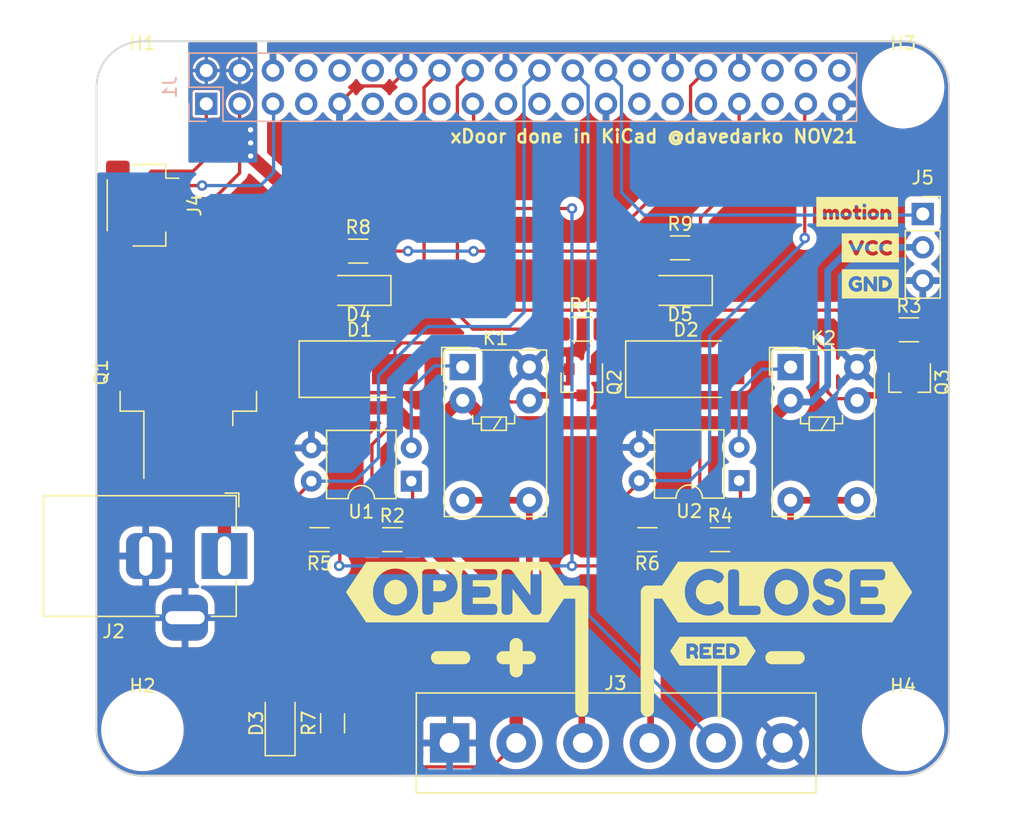
<source format=kicad_pcb>
(kicad_pcb (version 20221018) (generator pcbnew)
  (layers (0 "F.Cu" signal) (31 "B.Cu" signal) (34 "B.Paste" user) (35 "F.Paste" user) (36 "B.SilkS" user "B.Silkscreen") (37 "F.SilkS" user "F.Silkscreen") (38 "B.Mask" user) (39 "F.Mask" user) (44 "Edge.Cuts" user))
  (net 0 "")
  (net 1 "Net-(D1-A)")
  (net 2 "Net-(D2-A)")
  (net 3 "Net-(D3-A)")
  (net 4 "Net-(D4-A)")
  (net 5 "Net-(D5-A)")
  (net 6 "Net-(J4-Pin_3)")
  (net 7 "Net-(J1-SDA{slash}GPIO2)")
  (net 8 "Net-(J1-SCL{slash}GPIO3)")
  (net 23 "GND")
  (net 24 "Net-(J1-PWM0{slash}GPIO12)")
  (net 25 "Net-(K1-Pad1)")
  (net 26 "Net-(K2-Pad1)")
  (net 27 "Net-(J1-PWM1{slash}GPIO13)")
  (net 29 "VDD")
  (net 30 "VCC")
  (net 33 "Net-(R2-Pad2)")
  (net 34 "Net-(R4-Pad2)")
  (net 35 "SIG_CLOSE")
  (net 36 "SIG_OPEN")
  (net 37 "BTN_OPEN")
  (net 38 "BTN_CLOSE")
  (net 40 "Net-(Q1-D)")
  (net 41 "Net-(Q2-B)")
  (net 42 "SIGIN_OPEN")
  (net 43 "SIGIN_CLOSE")
  (net 44 "GPIO_motion_sensor")
  (net 45 "REED_IN")
  (net 46 "Net-(Q3-B)")
  (footprint "LED_SMD:LED_1206_3216Metric_Pad1.42x1.75mm_HandSolder" (layer "F.Cu") (at 19.9875 19 180)
    (fp_text reference "D4" (at 0 -1.82) (layer "F.SilkS"))
    (fp_text value "LED")
    (pad "1" smd roundrect (at -1.4875 0 180) (size 1.425 1.75) (layers "F.Cu" "F.Paste" "F.Mask") (roundrect_rratio 0.1754385965) (net 23 "GND"))
    (pad "2" smd roundrect (at 1.4875 0 180) (size 1.425 1.75) (layers "F.Cu" "F.Paste" "F.Mask") (roundrect_rratio 0.1754385965) (net 4 "Net-(D4-A)"))
  )
  (footprint "LED_SMD:LED_1206_3216Metric_Pad1.42x1.75mm_HandSolder" (layer "F.Cu") (at 44.4875 19 180)
    (fp_text reference "D5" (at 0 -1.82) (layer "F.SilkS"))
    (fp_text value "LED")
    (pad "1" smd roundrect (at -1.4875 0 180) (size 1.425 1.75) (layers "F.Cu" "F.Paste" "F.Mask") (roundrect_rratio 0.1754385965) (net 23 "GND"))
    (pad "2" smd roundrect (at 1.4875 0 180) (size 1.425 1.75) (layers "F.Cu" "F.Paste" "F.Mask") (roundrect_rratio 0.1754385965) (net 5 "Net-(D5-A)"))
  )
  (footprint "Resistor_SMD:R_1206_3216Metric_Pad1.30x1.75mm_HandSolder" (layer "F.Cu") (at 17 38 180)
    (fp_text reference "R5" (at 0 -1.82) (layer "F.SilkS"))
    (fp_text value "4k7")
    (pad "1" smd roundrect (at -1.55 0 180) (size 1.3 1.75) (layers "F.Cu" "F.Paste" "F.Mask") (roundrect_rratio 0.1923076923) (net 29 "VDD"))
    (pad "2" smd roundrect (at 1.55 0 180) (size 1.3 1.75) (layers "F.Cu" "F.Paste" "F.Mask") (roundrect_rratio 0.1923076923) (net 42 "SIGIN_OPEN"))
  )
  (footprint "Resistor_SMD:R_1206_3216Metric_Pad1.30x1.75mm_HandSolder" (layer "F.Cu") (at 42 38 180)
    (fp_text reference "R6" (at 0 -1.82) (layer "F.SilkS"))
    (fp_text value "4k7")
    (pad "1" smd roundrect (at -1.55 0 180) (size 1.3 1.75) (layers "F.Cu" "F.Paste" "F.Mask") (roundrect_rratio 0.1923076923) (net 29 "VDD"))
    (pad "2" smd roundrect (at 1.55 0 180) (size 1.3 1.75) (layers "F.Cu" "F.Paste" "F.Mask") (roundrect_rratio 0.1923076923) (net 43 "SIGIN_CLOSE"))
  )
  (footprint "Resistor_SMD:R_1206_3216Metric_Pad1.30x1.75mm_HandSolder" (layer "F.Cu") (at 18 52 90)
    (fp_text reference "R7" (at 0 -1.82 90) (layer "F.SilkS"))
    (fp_text value "1k")
    (pad "1" smd roundrect (at -1.55 0 90) (size 1.3 1.75) (layers "F.Cu" "F.Paste" "F.Mask") (roundrect_rratio 0.1923076923) (net 30 "VCC"))
    (pad "2" smd roundrect (at 1.55 0 90) (size 1.3 1.75) (layers "F.Cu" "F.Paste" "F.Mask") (roundrect_rratio 0.1923076923) (net 3 "Net-(D3-A)"))
  )
  (footprint "LED_SMD:LED_1206_3216Metric_Pad1.42x1.75mm_HandSolder" (layer "F.Cu") (at 14 52.0125 90)
    (fp_text reference "D3" (at 0 -1.82 90) (layer "F.SilkS"))
    (fp_text value "LED")
    (pad "1" smd roundrect (at -1.4875 0 90) (size 1.425 1.75) (layers "F.Cu" "F.Paste" "F.Mask") (roundrect_rratio 0.1754385965) (net 23 "GND"))
    (pad "2" smd roundrect (at 1.4875 0 90) (size 1.425 1.75) (layers "F.Cu" "F.Paste" "F.Mask") (roundrect_rratio 0.1754385965) (net 3 "Net-(D3-A)"))
  )
  (footprint "label" (layer "F.Cu") (at 27.5 42)
    (fp_text reference "kibuzzard-61843A90" hide)
    (fp_text value "G***" hide)
  )
  (footprint "label" (layer "F.Cu") (at 52.5 42)
    (fp_text reference "kibuzzard-61843AB1" hide)
    (fp_text value "G***" hide)
  )
  (footprint "MountingHole:MountingHole_2.7mm_M2.5_DIN965" (layer "F.Cu") (at 3.5 3.5)
    (fp_text reference "H1" (at 0 -3.35) (layer "F.SilkS"))
    (fp_text value "MountingHole")
    (pad "" np_thru_hole circle (at 0 0) (size 2.7 2.7) (drill 2.7) (layers "*.Cu" "*.Mask") (clearance 1.8))
  )
  (footprint "MountingHole:MountingHole_2.7mm_M2.5_DIN965" (layer "F.Cu") (at 3.5 52.5)
    (fp_text reference "H2" (at 0 -3.35) (layer "F.SilkS"))
    (fp_text value "MountingHole")
    (pad "" np_thru_hole circle (at 0 0) (size 2.7 2.7) (drill 2.7) (layers "*.Cu" "*.Mask") (clearance 1.8))
  )
  (footprint "MountingHole:MountingHole_2.7mm_M2.5_DIN965" (layer "F.Cu") (at 61.5 3.5)
    (fp_text reference "H3" (at 0 -3.35) (layer "F.SilkS"))
    (fp_text value "MountingHole")
    (pad "" np_thru_hole circle (at 0 0) (size 2.7 2.7) (drill 2.7) (layers "*.Cu" "*.Mask") (clearance 1.8))
  )
  (footprint "MountingHole:MountingHole_2.7mm_M2.5_DIN965" (layer "F.Cu") (at 61.5 52.5)
    (fp_text reference "H4" (at 0 -3.35) (layer "F.SilkS"))
    (fp_text value "MountingHole")
    (pad "" np_thru_hole circle (at 0 0) (size 2.7 2.7) (drill 2.7) (layers "*.Cu" "*.Mask") (clearance 1.8))
  )
  (footprint "Connector_JST:JST_SH_SM04B-SRSS-TB_1x04-1MP_P1.00mm_Horizontal" (layer "F.Cu") (at 3.5 12.5 -90)
    (fp_text reference "J4" (at 0 -3.98 90) (layer "F.SilkS"))
    (fp_text value "Conn_01x04_Female")
    (pad "1" smd roundrect (at -1.5 -2 270) (size 0.6 1.55) (layers "F.Cu" "F.Paste" "F.Mask") (net 8 "Net-(J1-SCL{slash}GPIO3)"))
    (pad "2" smd roundrect (at -0.5 -2 270) (size 0.6 1.55) (layers "F.Cu" "F.Paste" "F.Mask") (net 7 "Net-(J1-SDA{slash}GPIO2)"))
    (pad "3" smd roundrect (at 0.5 -2 270) (size 0.6 1.55) (layers "F.Cu" "F.Paste" "F.Mask") (net 6 "Net-(J4-Pin_3)"))
    (pad "4" smd roundrect (at 1.5 -2 270) (size 0.6 1.55) (layers "F.Cu" "F.Paste" "F.Mask") (net 23 "GND"))
    (pad "MP" smd roundrect (at -2.8 1.875 270) (size 1.2 1.8) (layers "F.Cu" "F.Paste" "F.Mask") (roundrect_rratio 0.2083325))
    (pad "MP" smd roundrect (at 2.8 1.875 270) (size 1.2 1.8) (layers "F.Cu" "F.Paste" "F.Mask") (roundrect_rratio 0.2083325))
  )
  (footprint "Connector_BarrelJack:BarrelJack_Horizontal" (layer "F.Cu") (at 9.75 39.25)
    (fp_text reference "J2" (at -8.45 5.75) (layer "F.SilkS"))
    (fp_text value "Barrel_Jack_Switch_Pin3Ring")
    (pad "1" thru_hole rect (at 0 0) (size 3.5 3.5) (drill oval 1 3) (layers "*.Cu" "*.Mask") (net 40 "Net-(Q1-D)"))
    (pad "2" thru_hole roundrect (at -6 0) (size 3 3.5) (drill oval 1 3) (layers "*.Cu" "*.Mask") (net 23 "GND"))
    (pad "3" thru_hole roundrect (at -3 4.7) (size 3.5 3.5) (drill oval 3 1) (layers "*.Cu" "*.Mask") (net 23 "GND"))
  )
  (footprint "Relay_THT:Relay_SPDT_Omron_G5V-1" (layer "F.Cu") (at 27.92 24.84)
    (fp_text reference "K1" (at 2.5 -2.2) (layer "F.SilkS"))
    (fp_text value "G5V-1")
    (pad "1" thru_hole rect (at 0 0) (size 2 2) (drill 1) (layers "*.Cu" "*.Mask") (net 25 "Net-(K1-Pad1)"))
    (pad "2" thru_hole circle (at 0 2.54) (size 2 2) (drill 1) (layers "*.Cu" "*.Mask") (net 30 "VCC"))
    (pad "5" thru_hole circle (at 0 10.16) (size 2 2) (drill 1) (layers "*.Cu" "*.Mask") (net 37 "BTN_OPEN"))
    (pad "6" thru_hole circle (at 5.08 10.16) (size 2 2) (drill 1) (layers "*.Cu" "*.Mask") (net 37 "BTN_OPEN"))
    (pad "9" thru_hole circle (at 5.08 2.54) (size 2 2) (drill 1) (layers "*.Cu" "*.Mask") (net 1 "Net-(D1-A)"))
    (pad "10" thru_hole circle (at 5.08 0) (size 2 2) (drill 1) (layers "*.Cu" "*.Mask") (net 23 "GND"))
  )
  (footprint "Relay_THT:Relay_SPDT_Omron_G5V-1" (layer "F.Cu") (at 52.92 24.84)
    (fp_text reference "K2" (at 2.5 -2.2) (layer "F.SilkS"))
    (fp_text value "G5V-1")
    (pad "1" thru_hole rect (at 0 0) (size 2 2) (drill 1) (layers "*.Cu" "*.Mask") (net 26 "Net-(K2-Pad1)"))
    (pad "2" thru_hole circle (at 0 2.54) (size 2 2) (drill 1) (layers "*.Cu" "*.Mask") (net 30 "VCC"))
    (pad "5" thru_hole circle (at 0 10.16) (size 2 2) (drill 1) (layers "*.Cu" "*.Mask") (net 38 "BTN_CLOSE"))
    (pad "6" thru_hole circle (at 5.08 10.16) (size 2 2) (drill 1) (layers "*.Cu" "*.Mask") (net 38 "BTN_CLOSE"))
    (pad "9" thru_hole circle (at 5.08 2.54) (size 2 2) (drill 1) (layers "*.Cu" "*.Mask") (net 2 "Net-(D2-A)"))
    (pad "10" thru_hole circle (at 5.08 0) (size 2 2) (drill 1) (layers "*.Cu" "*.Mask") (net 23 "GND"))
  )
  (footprint "Package_TO_SOT_SMD:TO-263-2" (layer "F.Cu") (at 7 25.25 90)
    (fp_text reference "Q1" (at 0 -6.65 90) (layer "F.SilkS"))
    (fp_text value "FQP27P06")
    (pad "1" smd rect (at -5.775 -2.54 90) (size 4.6 1.1) (layers "F.Cu" "F.Paste" "F.Mask") (net 23 "GND"))
    (pad "2" smd rect (at 3.375 0 90) (size 9.4 10.8) (layers "F.Cu" "F.Mask") (net 40 "Net-(Q1-D)"))
    (pad "3" smd rect (at -5.775 2.54 90) (size 4.6 1.1) (layers "F.Cu" "F.Paste" "F.Mask") (net 30 "VCC"))
  )
  (footprint "Diode_SMD:D_SMB_Handsoldering" (layer "F.Cu") (at 20.05 25)
    (fp_text reference "D1" (at 0 -3) (layer "F.SilkS"))
    (fp_text value "S1BB-13-F")
    (pad "1" smd rect (at -2.7 0) (size 3.5 2.3) (layers "F.Cu" "F.Paste" "F.Mask") (net 30 "VCC"))
    (pad "2" smd rect (at 2.7 0) (size 3.5 2.3) (layers "F.Cu" "F.Paste" "F.Mask") (net 1 "Net-(D1-A)"))
  )
  (footprint "Diode_SMD:D_SMB_Handsoldering" (layer "F.Cu") (at 44.95 25)
    (fp_text reference "D2" (at 0 -3) (layer "F.SilkS"))
    (fp_text value "S1BB-13-F")
    (pad "1" smd rect (at -2.7 0) (size 3.5 2.3) (layers "F.Cu" "F.Paste" "F.Mask") (net 30 "VCC"))
    (pad "2" smd rect (at 2.7 0) (size 3.5 2.3) (layers "F.Cu" "F.Paste" "F.Mask") (net 2 "Net-(D2-A)"))
  )
  (footprint "Package_TO_SOT_SMD:SOT-23" (layer "F.Cu") (at 37 26 -90)
    (fp_text reference "Q2" (at 0 -2.5 90) (layer "F.SilkS"))
    (fp_text value "BC817")
    (pad "1" smd rect (at -1 -0.95 270) (size 0.9 0.8) (layers "F.Cu" "F.Paste" "F.Mask") (net 41 "Net-(Q2-B)"))
    (pad "2" smd rect (at -1 0.95 270) (size 0.9 0.8) (layers "F.Cu" "F.Paste" "F.Mask") (net 23 "GND"))
    (pad "3" smd rect (at 1 0 270) (size 0.9 0.8) (layers "F.Cu" "F.Paste" "F.Mask") (net 1 "Net-(D1-A)"))
  )
  (footprint "Package_TO_SOT_SMD:SOT-23" (layer "F.Cu") (at 62 26 -90)
    (fp_text reference "Q3" (at 0 -2.5 90) (layer "F.SilkS"))
    (fp_text value "BC817")
    (pad "1" smd rect (at -1 -0.95 270) (size 0.9 0.8) (layers "F.Cu" "F.Paste" "F.Mask") (net 46 "Net-(Q3-B)"))
    (pad "2" smd rect (at -1 0.95 270) (size 0.9 0.8) (layers "F.Cu" "F.Paste" "F.Mask") (net 23 "GND"))
    (pad "3" smd rect (at 1 0 270) (size 0.9 0.8) (layers "F.Cu" "F.Paste" "F.Mask") (net 2 "Net-(D2-A)"))
  )
  (footprint "Resistor_SMD:R_1206_3216Metric_Pad1.30x1.75mm_HandSolder" (layer "F.Cu") (at 37 21.95)
    (fp_text reference "R1" (at 0 -1.82) (layer "F.SilkS"))
    (fp_text value "1k")
    (pad "1" smd roundrect (at -1.55 0) (size 1.3 1.75) (layers "F.Cu" "F.Paste" "F.Mask") (roundrect_rratio 0.1923076923) (net 36 "SIG_OPEN"))
    (pad "2" smd roundrect (at 1.55 0) (size 1.3 1.75) (layers "F.Cu" "F.Paste" "F.Mask") (roundrect_rratio 0.1923076923) (net 41 "Net-(Q2-B)"))
  )
  (footprint "Resistor_SMD:R_1206_3216Metric_Pad1.30x1.75mm_HandSolder" (layer "F.Cu") (at 22.55 38)
    (fp_text reference "R2" (at 0 -1.82) (layer "F.SilkS"))
    (fp_text value "1k")
    (pad "1" smd roundrect (at -1.55 0) (size 1.3 1.75) (layers "F.Cu" "F.Paste" "F.Mask") (roundrect_rratio 0.1923076923) (net 30 "VCC"))
    (pad "2" smd roundrect (at 1.55 0) (size 1.3 1.75) (layers "F.Cu" "F.Paste" "F.Mask") (roundrect_rratio 0.1923076923) (net 33 "Net-(R2-Pad2)"))
  )
  (footprint "Resistor_SMD:R_1206_3216Metric_Pad1.30x1.75mm_HandSolder" (layer "F.Cu") (at 61.95 22)
    (fp_text reference "R3" (at 0 -1.82) (layer "F.SilkS"))
    (fp_text value "1k")
    (pad "1" smd roundrect (at -1.55 0) (size 1.3 1.75) (layers "F.Cu" "F.Paste" "F.Mask") (roundrect_rratio 0.1923076923) (net 35 "SIG_CLOSE"))
    (pad "2" smd roundrect (at 1.55 0) (size 1.3 1.75) (layers "F.Cu" "F.Paste" "F.Mask") (roundrect_rratio 0.1923076923) (net 46 "Net-(Q3-B)"))
  )
  (footprint "Resistor_SMD:R_1206_3216Metric_Pad1.30x1.75mm_HandSolder" (layer "F.Cu") (at 47.55 38)
    (fp_text reference "R4" (at 0 -1.82) (layer "F.SilkS"))
    (fp_text value "1k")
    (pad "1" smd roundrect (at -1.55 0) (size 1.3 1.75) (layers "F.Cu" "F.Paste" "F.Mask") (roundrect_rratio 0.1923076923) (net 30 "VCC"))
    (pad "2" smd roundrect (at 1.55 0) (size 1.3 1.75) (layers "F.Cu" "F.Paste" "F.Mask") (roundrect_rratio 0.1923076923) (net 34 "Net-(R4-Pad2)"))
  )
  (footprint "Package_DIP:DIP-4_W7.62mm" (layer "F.Cu") (at 24 33.54 180)
    (fp_text reference "U1" (at 3.81 -2.33) (layer "F.SilkS"))
    (fp_text value "PC817")
    (pad "1" thru_hole rect (at 0 0 180) (size 1.6 1.6) (drill 0.8) (layers "*.Cu" "*.Mask") (net 33 "Net-(R2-Pad2)"))
    (pad "2" thru_hole oval (at 0 2.54 180) (size 1.6 1.6) (drill 0.8) (layers "*.Cu" "*.Mask") (net 25 "Net-(K1-Pad1)"))
    (pad "3" thru_hole oval (at 7.62 2.54 180) (size 1.6 1.6) (drill 0.8) (layers "*.Cu" "*.Mask") (net 23 "GND"))
    (pad "4" thru_hole oval (at 7.62 0 180) (size 1.6 1.6) (drill 0.8) (layers "*.Cu" "*.Mask") (net 42 "SIGIN_OPEN"))
  )
  (footprint "Package_DIP:DIP-4_W7.62mm" (layer "F.Cu") (at 49 33.5 180)
    (fp_text reference "U2" (at 3.81 -2.33) (layer "F.SilkS"))
    (fp_text value "PC817")
    (pad "1" thru_hole rect (at 0 0 180) (size 1.6 1.6) (drill 0.8) (layers "*.Cu" "*.Mask") (net 34 "Net-(R4-Pad2)"))
    (pad "2" thru_hole oval (at 0 2.54 180) (size 1.6 1.6) (drill 0.8) (layers "*.Cu" "*.Mask") (net 26 "Net-(K2-Pad1)"))
    (pad "3" thru_hole oval (at 7.62 2.54 180) (size 1.6 1.6) (drill 0.8) (layers "*.Cu" "*.Mask") (net 23 "GND"))
    (pad "4" thru_hole oval (at 7.62 0 180) (size 1.6 1.6) (drill 0.8) (layers "*.Cu" "*.Mask") (net 43 "SIGIN_CLOSE"))
  )
  (footprint "Resistor_SMD:R_1206_3216Metric_Pad1.30x1.75mm_HandSolder" (layer "F.Cu") (at 19.95 16)
    (fp_text reference "R8" (at 0 -1.82) (layer "F.SilkS"))
    (fp_text value "1k")
    (pad "1" smd roundrect (at -1.55 0) (size 1.3 1.75) (layers "F.Cu" "F.Paste" "F.Mask") (roundrect_rratio 0.1923076923) (net 4 "Net-(D4-A)"))
    (pad "2" smd roundrect (at 1.55 0) (size 1.3 1.75) (layers "F.Cu" "F.Paste" "F.Mask") (roundrect_rratio 0.1923076923) (net 24 "Net-(J1-PWM0{slash}GPIO12)"))
  )
  (footprint "Resistor_SMD:R_1206_3216Metric_Pad1.30x1.75mm_HandSolder" (layer "F.Cu") (at 44.5 15.75)
    (fp_text reference "R9" (at 0 -1.82) (layer "F.SilkS"))
    (fp_text value "1k")
    (pad "1" smd roundrect (at -1.55 0) (size 1.3 1.75) (layers "F.Cu" "F.Paste" "F.Mask") (roundrect_rratio 0.1923076923) (net 5 "Net-(D5-A)"))
    (pad "2" smd roundrect (at 1.55 0) (size 1.3 1.75) (layers "F.Cu" "F.Paste" "F.Mask") (roundrect_rratio 0.1923076923) (net 27 "Net-(J1-PWM1{slash}GPIO13)"))
  )
  (footprint "Connector_PinSocket_2.54mm:PinSocket_1x03_P2.54mm_Vertical" (layer "F.Cu") (at 63 13.17)
    (fp_text reference "J5" (at 0 -2.77) (layer "F.SilkS"))
    (fp_text value "Conn_01x03_Female")
    (pad "1" thru_hole rect (at 0 0) (size 1.7 1.7) (drill 1) (layers "*.Cu" "*.Mask") (net 44 "GPIO_motion_sensor"))
    (pad "2" thru_hole oval (at 0 2.54) (size 1.7 1.7) (drill 1) (layers "*.Cu" "*.Mask") (net 30 "VCC"))
    (pad "3" thru_hole oval (at 0 5.08) (size 1.7 1.7) (drill 1) (layers "*.Cu" "*.Mask") (net 23 "GND"))
  )
  (footprint "TerminalBlock:TerminalBlock_bornier-6_P5.08mm" (layer "F.Cu") (at 26.92 53.5)
    (fp_text reference "J3" (at 12.65 -4.55) (layer "F.SilkS"))
    (fp_text value "Screw_Terminal_01x06")
    (pad "1" thru_hole rect (at 0 0) (size 3 3) (drill 1.52) (layers "*.Cu" "*.Mask") (net 23 "GND"))
    (pad "2" thru_hole circle (at 5.08 0) (size 3 3) (drill 1.52) (layers "*.Cu" "*.Mask") (net 30 "VCC"))
    (pad "3" thru_hole circle (at 10.16 0) (size 3 3) (drill 1.52) (layers "*.Cu" "*.Mask") (net 37 "BTN_OPEN"))
    (pad "4" thru_hole circle (at 15.24 0) (size 3 3) (drill 1.52) (layers "*.Cu" "*.Mask") (net 38 "BTN_CLOSE"))
    (pad "5" thru_hole circle (at 20.32 0) (size 3 3) (drill 1.52) (layers "*.Cu" "*.Mask") (net 45 "REED_IN"))
    (pad "6" thru_hole circle (at 25.4 0) (size 3 3) (drill 1.52) (layers "*.Cu" "*.Mask") (net 23 "GND"))
  )
  (footprint "label" (layer "F.Cu") (at 58 13)
    (fp_text reference "kibuzzard-61851795" hide)
    (fp_text value "G***" hide)
  )
  (footprint "label" (layer "F.Cu") (at 59 15.75)
    (fp_text reference "kibuzzard-618517AA" hide)
    (fp_text value "G***" hide)
  )
  (footprint "label" (layer "F.Cu") (at 47 46.5)
    (fp_text reference "kibuzzard-61850136" hide)
    (fp_text value "G***" hide)
  )
  (footprint "label" (layer "F.Cu") (at 59 18.5)
    (fp_text reference "kibuzzard-618517C8" hide)
    (fp_text value "G***" hide)
  )
  (footprint "Connector_PinSocket_2.54mm:PinSocket_2x20_P2.54mm_Vertical" (layer "B.Cu") (at 8.37 4.77 -90)
    (fp_text reference "J1" (at -1.27 2.77 -90) (layer "B.SilkS") (effects (justify mirror)))
    (fp_text value "Raspberry_Pi_2_3")
    (pad "1" thru_hole rect (at 0 0 270) (size 1.7 1.7) (drill 1) (layers "*.Cu" "*.Mask") (net 6 "Net-(J4-Pin_3)"))
    (pad "2" thru_hole oval (at -2.54 0 270) (size 1.7 1.7) (drill 1) (layers "*.Cu" "*.Mask") (net 30 "VCC"))
    (pad "3" thru_hole oval (at 0 -2.54 270) (size 1.7 1.7) (drill 1) (layers "*.Cu" "*.Mask") (net 7 "Net-(J1-SDA{slash}GPIO2)"))
    (pad "4" thru_hole oval (at -2.54 -2.54 270) (size 1.7 1.7) (drill 1) (layers "*.Cu" "*.Mask") (net 30 "VCC"))
    (pad "5" thru_hole oval (at 0 -5.08 270) (size 1.7 1.7) (drill 1) (layers "*.Cu" "*.Mask") (net 8 "Net-(J1-SCL{slash}GPIO3)"))
    (pad "6" thru_hole oval (at -2.54 -5.08 270) (size 1.7 1.7) (drill 1) (layers "*.Cu" "*.Mask") (net 23 "GND"))
    (pad "7" thru_hole oval (at 0 -7.62 270) (size 1.7 1.7) (drill 1) (layers "*.Cu" "*.Mask"))
    (pad "8" thru_hole oval (at -2.54 -7.62 270) (size 1.7 1.7) (drill 1) (layers "*.Cu" "*.Mask"))
    (pad "9" thru_hole oval (at 0 -10.16 270) (size 1.7 1.7) (drill 1) (layers "*.Cu" "*.Mask") (net 23 "GND"))
    (pad "10" thru_hole oval (at -2.54 -10.16 270) (size 1.7 1.7) (drill 1) (layers "*.Cu" "*.Mask"))
    (pad "11" thru_hole oval (at 0 -12.7 270) (size 1.7 1.7) (drill 1) (layers "*.Cu" "*.Mask"))
    (pad "12" thru_hole oval (at -2.54 -12.7 270) (size 1.7 1.7) (drill 1) (layers "*.Cu" "*.Mask"))
    (pad "13" thru_hole oval (at 0 -15.24 270) (size 1.7 1.7) (drill 1) (layers "*.Cu" "*.Mask"))
    (pad "14" thru_hole oval (at -2.54 -15.24 270) (size 1.7 1.7) (drill 1) (layers "*.Cu" "*.Mask") (net 23 "GND"))
    (pad "15" thru_hole oval (at 0 -17.78 270) (size 1.7 1.7) (drill 1) (layers "*.Cu" "*.Mask"))
    (pad "16" thru_hole oval (at -2.54 -17.78 270) (size 1.7 1.7) (drill 1) (layers "*.Cu" "*.Mask") (net 36 "SIG_OPEN"))
    (pad "17" thru_hole oval (at 0 -20.32 270) (size 1.7 1.7) (drill 1) (layers "*.Cu" "*.Mask") (net 29 "VDD"))
    (pad "18" thru_hole oval (at -2.54 -20.32 270) (size 1.7 1.7) (drill 1) (layers "*.Cu" "*.Mask") (net 35 "SIG_CLOSE"))
    (pad "19" thru_hole oval (at 0 -22.86 270) (size 1.7 1.7) (drill 1) (layers "*.Cu" "*.Mask"))
    (pad "20" thru_hole oval (at -2.54 -22.86 270) (size 1.7 1.7) (drill 1) (layers "*.Cu" "*.Mask") (net 23 "GND"))
    (pad "21" thru_hole oval (at 0 -25.4 270) (size 1.7 1.7) (drill 1) (layers "*.Cu" "*.Mask"))
    (pad "22" thru_hole oval (at -2.54 -25.4 270) (size 1.7 1.7) (drill 1) (layers "*.Cu" "*.Mask") (net 42 "SIGIN_OPEN"))
    (pad "23" thru_hole oval (at 0 -27.94 270) (size 1.7 1.7) (drill 1) (layers "*.Cu" "*.Mask"))
    (pad "24" thru_hole oval (at -2.54 -27.94 270) (size 1.7 1.7) (drill 1) (layers "*.Cu" "*.Mask") (net 45 "REED_IN"))
    (pad "25" thru_hole oval (at 0 -30.48 270) (size 1.7 1.7) (drill 1) (layers "*.Cu" "*.Mask") (net 23 "GND"))
    (pad "26" thru_hole oval (at -2.54 -30.48 270) (size 1.7 1.7) (drill 1) (layers "*.Cu" "*.Mask") (net 44 "GPIO_motion_sensor"))
    (pad "27" thru_hole oval (at 0 -33.02 270) (size 1.7 1.7) (drill 1) (layers "*.Cu" "*.Mask"))
    (pad "28" thru_hole oval (at -2.54 -33.02 270) (size 1.7 1.7) (drill 1) (layers "*.Cu" "*.Mask"))
    (pad "29" thru_hole oval (at 0 -35.56 270) (size 1.7 1.7) (drill 1) (layers "*.Cu" "*.Mask"))
    (pad "30" thru_hole oval (at -2.54 -35.56 270) (size 1.7 1.7) (drill 1) (layers "*.Cu" "*.Mask") (net 23 "GND"))
    (pad "31" thru_hole oval (at 0 -38.1 270) (size 1.7 1.7) (drill 1) (layers "*.Cu" "*.Mask"))
    (pad "32" thru_hole oval (at -2.54 -38.1 270) (size 1.7 1.7) (drill 1) (layers "*.Cu" "*.Mask") (net 24 "Net-(J1-PWM0{slash}GPIO12)"))
    (pad "33" thru_hole oval (at 0 -40.64 270) (size 1.7 1.7) (drill 1) (layers "*.Cu" "*.Mask") (net 27 "Net-(J1-PWM1{slash}GPIO13)"))
    (pad "34" thru_hole oval (at -2.54 -40.64 270) (size 1.7 1.7) (drill 1) (layers "*.Cu" "*.Mask") (net 23 "GND"))
    (pad "35" thru_hole oval (at 0 -43.18 270) (size 1.7 1.7) (drill 1) (layers "*.Cu" "*.Mask"))
    (pad "36" thru_hole oval (at -2.54 -43.18 270) (size 1.7 1.7) (drill 1) (layers "*.Cu" "*.Mask"))
    (pad "37" thru_hole oval (at 0 -45.72 270) (size 1.7 1.7) (drill 1) (layers "*.Cu" "*.Mask") (net 43 "SIGIN_CLOSE"))
    (pad "38" thru_hole oval (at -2.54 -45.72 270) (size 1.7 1.7) (drill 1) (layers "*.Cu" "*.Mask"))
    (pad "39" thru_hole oval (at 0 -48.26 270) (size 1.7 1.7) (drill 1) (layers "*.Cu" "*.Mask") (net 23 "GND"))
    (pad "40" thru_hole oval (at -2.54 -48.26 270) (size 1.7 1.7) (drill 1) (layers "*.Cu" "*.Mask"))
  )
  (gr_line (start 33 47) (end 31 47) (stroke (width 1)) (layer "F.SilkS"))
  (gr_line (start 32 46) (end 32 48) (stroke (width 1)) (layer "F.SilkS"))
  (gr_line (start 51.5 47) (end 53.5 47) (stroke (width 1)) (layer "F.SilkS"))
  (gr_line (start 37 42) (end 35.5 42) (stroke (width 1)) (layer "F.SilkS"))
  (gr_line (start 42 42) (end 44 42) (stroke (width 1)) (layer "F.SilkS"))
  (gr_line (start 42 51) (end 42 42) (stroke (width 1)) (layer "F.SilkS"))
  (gr_line (start 47.5 47.5) (end 47.5 51.5) (stroke (width 0.3)) (layer "F.SilkS"))
  (gr_line (start 37 51) (end 37 42) (stroke (width 1)) (layer "F.SilkS"))
  (gr_line (start 26 47) (end 28 47) (stroke (width 1)) (layer "F.SilkS"))
  (gr_arc (start 3.5 56) (mid 1.025126 54.974874) (end 0 52.5) (stroke (width 0.15)) (layer "Edge.Cuts"))
  (gr_arc (start 65 52.5) (mid 63.974874 54.974874) (end 61.5 56) (stroke (width 0.15)) (layer "Edge.Cuts"))
  (gr_line (start 65 3.5) (end 65 52.5) (stroke (width 0.15)) (layer "Edge.Cuts"))
  (gr_line (start 0 3.5) (end 0 52.5) (stroke (width 0.15)) (layer "Edge.Cuts"))
  (gr_arc (start 0 3.5) (mid 1.025126 1.025126) (end 3.5 0) (stroke (width 0.15)) (layer "Edge.Cuts"))
  (gr_line (start 3.5 56) (end 61.5 56) (stroke (width 0.15)) (layer "Edge.Cuts"))
  (gr_arc (start 61.5 0) (mid 63.974874 1.025126) (end 65 3.5) (stroke (width 0.15)) (layer "Edge.Cuts"))
  (gr_line (start 3.5 0) (end 61.5 0) (stroke (width 0.15)) (layer "Edge.Cuts"))
  (gr_text "xDoor done in KiCad @davedarko NOV21" (at 42.5 7.25) (layer "F.SilkS") (effects (font (size 1 1) (thickness 0.2))))
  (segment (start 30 23) (end 30.75 23.75) (width 0.25) (layer "F.Cu") (net 1))
  (segment (start 22.75 23.5) (end 23.25 23) (width 0.25) (layer "F.Cu") (net 1))
  (segment (start 23.25 23) (end 30 23) (width 0.25) (layer "F.Cu") (net 1))
  (segment (start 30.75 26.75) (end 31.5 27.5) (width 0.25) (layer "F.Cu") (net 1))
  (segment (start 30.75 23.75) (end 30.75 26.75) (width 0.25) (layer "F.Cu") (net 1))
  (segment (start 33.5 27) (end 33 27.5) (width 0.508) (layer "F.Cu") (net 1))
  (segment (start 31.5 27.5) (end 33 27.5) (width 0.25) (layer "F.Cu") (net 1))
  (segment (start 37 27) (end 33.5 27) (width 0.508) (layer "F.Cu") (net 1))
  (segment (start 22.75 25) (end 22.75 23.5) (width 0.25) (layer "F.Cu") (net 1))
  (segment (start 47.65 23.6) (end 48.25 23) (width 0.25) (layer "F.Cu") (net 2))
  (segment (start 48.25 23) (end 55 23) (width 0.25) (layer "F.Cu") (net 2))
  (segment (start 55 23) (end 55.75 23.75) (width 0.25) (layer "F.Cu") (net 2))
  (segment (start 55.75 23.75) (end 55.75 26.75) (width 0.25) (layer "F.Cu") (net 2))
  (segment (start 55.75 26.75) (end 56.25 27.25) (width 0.25) (layer "F.Cu") (net 2))
  (segment (start 62 27) (end 58.25 27) (width 0.508) (layer "F.Cu") (net 2))
  (segment (start 47.65 25) (end 47.65 23.6) (width 0.25) (layer "F.Cu") (net 2))
  (segment (start 56.25 27.25) (end 58 27.25) (width 0.25) (layer "F.Cu") (net 2))
  (segment (start 58.25 27) (end 58 27.25) (width 0.508) (layer "F.Cu") (net 2))
  (segment (start 17.975 50.525) (end 18 50.5) (width 0.25) (layer "F.Cu") (net 3))
  (segment (start 14 50.525) (end 17.975 50.525) (width 0.25) (layer "F.Cu") (net 3))
  (segment (start 18.5 19) (end 18.5 16) (width 0.25) (layer "F.Cu") (net 4))
  (segment (start 43 19) (end 43 15.75) (width 0.25) (layer "F.Cu") (net 5))
  (segment (start 8.37 8.902) (end 7.366 9.906) (width 0.25) (layer "F.Cu") (net 6))
  (segment (start 8.37 4.77) (end 8.37 8.902) (width 0.25) (layer "F.Cu") (net 6))
  (segment (start 7.366 9.906) (end 4.191 9.906) (width 0.25) (layer "F.Cu") (net 6))
  (segment (start 3.302 10.795) (end 3.302 12.319) (width 0.25) (layer "F.Cu") (net 6))
  (segment (start 3.937 12.954) (end 5.588 12.954) (width 0.25) (layer "F.Cu") (net 6))
  (segment (start 4.191 9.906) (end 3.302 10.795) (width 0.25) (layer "F.Cu") (net 6))
  (segment (start 3.302 12.319) (end 3.937 12.954) (width 0.25) (layer "F.Cu") (net 6))
  (segment (start 10.91 10.045) (end 8.955 12) (width 0.25) (layer "F.Cu") (net 7))
  (segment (start 5.5 12) (end 8.955 12) (width 0.25) (layer "F.Cu") (net 7))
  (segment (start 10.91 4.77) (end 10.91 10.045) (width 0.25) (layer "F.Cu") (net 7))
  (segment (start 8.05 11) (end 8.05 11) (width 0.25) (layer "F.Cu") (net 8))
  (segment (start 5.5 11) (end 8.05 11) (width 0.25) (layer "F.Cu") (net 8))
  (via (at 8.05 11) (size 0.8) (drill 0.4) (layers "F.Cu" "B.Cu") (net 8))
  (segment (start 8.05 11) (end 12.5 11) (width 0.25) (layer "B.Cu") (net 8))
  (segment (start 13.5 10) (end 13.5 4.75) (width 0.25) (layer "B.Cu") (net 8))
  (segment (start 12.5 11) (end 13.5 10) (width 0.25) (layer "B.Cu") (net 8))
  (segment (start 23.61 2.23) (end 22.434999 3.405001) (width 0.25) (layer "F.Cu") (net 23))
  (segment (start 22.434999 3.405001) (end 19.844999 3.405001) (width 0.25) (layer "F.Cu") (net 23))
  (segment (start 19.844999 3.405001) (end 18.5 4.75) (width 0.25) (layer "F.Cu") (net 23))
  (segment (start 45.294999 8.955001) (end 38.25 16) (width 0.25) (layer "F.Cu") (net 24))
  (segment (start 23.75 16) (end 21.5 16) (width 0.25) (layer "F.Cu") (net 24))
  (segment (start 29 16) (end 28.75 16) (width 0.25) (layer "F.Cu") (net 24))
  (segment (start 38.25 16) (end 29 16) (width 0.25) (layer "F.Cu") (net 24))
  (segment (start 46.47 2.23) (end 45.294999 3.405001) (width 0.25) (layer "F.Cu") (net 24))
  (segment (start 45.294999 3.405001) (end 45.294999 8.955001) (width 0.25) (layer "F.Cu") (net 24))
  (via (at 23.75 16) (size 0.8) (drill 0.4) (layers "F.Cu" "B.Cu") (net 24))
  (via (at 28.75 16) (size 0.8) (drill 0.4) (layers "F.Cu" "B.Cu") (net 24))
  (segment (start 28.75 16) (end 23.75 16) (width 0.25) (layer "B.Cu") (net 24))
  (segment (start 24 26.5) (end 25.75 24.75) (width 0.25) (layer "B.Cu") (net 25))
  (segment (start 24 31) (end 24 26.5) (width 0.25) (layer "B.Cu") (net 25))
  (segment (start 25.75 24.75) (end 28 24.75) (width 0.25) (layer "B.Cu") (net 25))
  (segment (start 50.75 25) (end 52.75 25) (width 0.25) (layer "B.Cu") (net 26))
  (segment (start 49 26.75) (end 50.75 25) (width 0.25) (layer "B.Cu") (net 26))
  (segment (start 49 30.96) (end 49 26.75) (width 0.25) (layer "B.Cu") (net 26))
  (segment (start 46.05 15.75) (end 46.05 13.45) (width 0.25) (layer "F.Cu") (net 27))
  (segment (start 46.05 13.45) (end 49 10.5) (width 0.25) (layer "F.Cu") (net 27))
  (segment (start 49 10.5) (end 49 4.75) (width 0.25) (layer "F.Cu") (net 27))
  (segment (start 28.75 10.5) (end 28.75 4.75) (width 0.25) (layer "F.Cu") (net 29))
  (segment (start 18.55 38) (end 18.55 39.95) (width 0.25) (layer "F.Cu") (net 29))
  (segment (start 43.5 39.5) (end 43.5 38) (width 0.25) (layer "F.Cu") (net 29))
  (segment (start 18.55 39.95) (end 18.5 40) (width 0.25) (layer "F.Cu") (net 29))
  (segment (start 43 40) (end 43.5 39.5) (width 0.25) (layer "F.Cu") (net 29))
  (segment (start 36.25 12.75) (end 31 12.75) (width 0.25) (layer "F.Cu") (net 29))
  (segment (start 36.25 40) (end 43 40) (width 0.25) (layer "F.Cu") (net 29))
  (segment (start 31 12.75) (end 28.75 10.5) (width 0.25) (layer "F.Cu") (net 29))
  (via (at 36.25 40) (size 0.8) (drill 0.4) (layers "F.Cu" "B.Cu") (net 29))
  (via (at 36.25 12.75) (size 0.8) (drill 0.4) (layers "F.Cu" "B.Cu") (net 29))
  (via (at 18.5 40) (size 0.8) (drill 0.4) (layers "F.Cu" "B.Cu") (net 29))
  (segment (start 18.5 40) (end 36.25 40) (width 0.25) (layer "B.Cu") (net 29))
  (segment (start 36.25 40) (end 36.25 12.75) (width 0.25) (layer "B.Cu") (net 29))
  (segment (start 11.74301 6.75) (end 11.74301 6.75) (width 1.016) (layer "F.Cu") (net 30))
  (segment (start 14.5 11.25) (end 11.75 8.75) (width 1.016) (layer "F.Cu") (net 30))
  (segment (start 14.5 26.75) (end 14.5 24.75) (width 1.016) (layer "F.Cu") (net 30))
  (segment (start 21.8 53.55) (end 23.575001 55.325001) (width 0.25) (layer "F.Cu") (net 30))
  (segment (start 42.25 25) (end 42.25 29) (width 1.016) (layer "F.Cu") (net 30))
  (segment (start 14.5 24.75) (end 14.5 11.25) (width 1.016) (layer "F.Cu") (net 30))
  (segment (start 51.211999 29.088001) (end 47.588001 29.088001) (width 1.016) (layer "F.Cu") (net 30))
  (segment (start 17.35 25) (end 14.75 25) (width 1.016) (layer "F.Cu") (net 30))
  (segment (start 47.588001 29.088001) (end 46.161999 29.088001) (width 1.016) (layer "F.Cu") (net 30))
  (segment (start 42.25 29) (end 42.338001 29.088001) (width 1.016) (layer "F.Cu") (net 30))
  (segment (start 18 53.55) (end 21.8 53.55) (width 0.25) (layer "F.Cu") (net 30))
  (segment (start 23.84199 29.09199) (end 25.90801 29.09199) (width 1.016) (layer "F.Cu") (net 30))
  (segment (start 11.75 8.75) (end 11.74301 6.75) (width 1.016) (layer "F.Cu") (net 30))
  (segment (start 15.7 27.95) (end 14.5 26.75) (width 1.016) (layer "F.Cu") (net 30))
  (segment (start 12.625 31.025) (end 15.7 27.95) (width 1.016) (layer "F.Cu") (net 30))
  (segment (start 22.7 27.95) (end 23.25 28.5) (width 1.016) (layer "F.Cu") (net 30))
  (segment (start 23.575001 55.325001) (end 30.174999 55.325001) (width 0.25) (layer "F.Cu") (net 30))
  (segment (start 32 45) (end 25.90801 38.90801) (width 1.016) (layer "F.Cu") (net 30))
  (segment (start 23.25 28.5) (end 23.84199 29.09199) (width 1.016) (layer "F.Cu") (net 30))
  (segment (start 42.338001 29.088001) (end 29.838001 29.088001) (width 1.016) (layer "F.Cu") (net 30))
  (segment (start 52.92 27.38) (end 51.211999 29.088001) (width 1.016) (layer "F.Cu") (net 30))
  (segment (start 25.90801 38.90801) (end 25.90801 29.09199) (width 1.016) (layer "F.Cu") (net 30))
  (segment (start 29.838001 29.088001) (end 28 27.25) (width 1.016) (layer "F.Cu") (net 30))
  (segment (start 46 29.25) (end 46.161999 29.088001) (width 0.25) (layer "F.Cu") (net 30))
  (segment (start 22.7 27.95) (end 15.7 27.95) (width 1.016) (layer "F.Cu") (net 30))
  (segment (start 14.75 25) (end 14.5 24.75) (width 1.016) (layer "F.Cu") (net 30))
  (segment (start 30.174999 55.325001) (end 32 53.5) (width 0.25) (layer "F.Cu") (net 30))
  (segment (start 9.54 31.025) (end 12.625 31.025) (width 1.016) (layer "F.Cu") (net 30))
  (segment (start 21 30.75) (end 23.25 28.5) (width 0.25) (layer "F.Cu") (net 30))
  (segment (start 46.161999 29.088001) (end 42.338001 29.088001) (width 1.016) (layer "F.Cu") (net 30))
  (segment (start 32 53.5) (end 32 45) (width 1.016) (layer "F.Cu") (net 30))
  (segment (start 25.90801 29.09199) (end 27.75 27.25) (width 1.016) (layer "F.Cu") (net 30))
  (segment (start 21 38) (end 21 30.75) (width 0.25) (layer "F.Cu") (net 30))
  (segment (start 46 38) (end 46 29.25) (width 0.25) (layer "F.Cu") (net 30))
  (via (at 11.74301 6.75) (size 0.8) (drill 0.4) (layers "F.Cu" "B.Cu") (net 30))
  (via (at 11.75 8.75) (size 0.8) (drill 0.4) (layers "F.Cu" "B.Cu") (net 30))
  (via (at 11.75 7.75) (size 0.8) (drill 0.4) (layers "F.Cu" "B.Cu") (net 30))
  (segment (start 63 15.71) (end 57.54 15.71) (width 0.508) (layer "B.Cu") (net 30))
  (segment (start 55.75 26.25) (end 54.5 27.5) (width 0.508) (layer "B.Cu") (net 30))
  (segment (start 55.75 17.5) (end 55.75 26.25) (width 0.508) (layer "B.Cu") (net 30))
  (segment (start 54.5 27.5) (end 53 27.5) (width 0.508) (layer "B.Cu") (net 30))
  (segment (start 57.54 15.71) (end 55.75 17.5) (width 0.508) (layer "B.Cu") (net 30))
  (segment (start 24.1 38) (end 24.1 33.6) (width 0.25) (layer "F.Cu") (net 33))
  (segment (start 24.1 33.6) (end 24 33.5) (width 0.25) (layer "F.Cu") (net 33))
  (segment (start 49.1 38) (end 49.1 33.6) (width 0.25) (layer "F.Cu") (net 34))
  (segment (start 49.1 33.6) (end 49 33.5) (width 0.25) (layer "F.Cu") (net 34))
  (segment (start 27.514999 18.514999) (end 29.5 20.5) (width 0.25) (layer "F.Cu") (net 35))
  (segment (start 27.514999 3.405001) (end 27.514999 18.514999) (width 0.25) (layer "F.Cu") (net 35))
  (segment (start 28.69 2.23) (end 27.514999 3.405001) (width 0.25) (layer "F.Cu") (net 35))
  (segment (start 58 22) (end 60.5 22) (width 0.25) (layer "F.Cu") (net 35))
  (segment (start 29.5 20.5) (end 56.5 20.5) (width 0.25) (layer "F.Cu") (net 35))
  (segment (start 56.5 20.5) (end 58 22) (width 0.25) (layer "F.Cu") (net 35))
  (segment (start 24.974999 3.525001) (end 26.25 2.25) (width 0.25) (layer "F.Cu") (net 36))
  (segment (start 35.45 21.95) (end 28.7 21.95) (width 0.25) (layer "F.Cu") (net 36))
  (segment (start 28.7 21.95) (end 24.974999 18.224999) (width 0.25) (layer "F.Cu") (net 36))
  (segment (start 24.974999 18.224999) (end 24.974999 3.525001) (width 0.25) (layer "F.Cu") (net 36))
  (segment (start 27.92 35) (end 33 35) (width 0.508) (layer "F.Cu") (net 37))
  (segment (start 33 35) (end 33 43) (width 0.508) (layer "F.Cu") (net 37))
  (segment (start 37 47) (end 37 53.5) (width 0.508) (layer "F.Cu") (net 37))
  (segment (start 33 43) (end 37 47) (width 0.508) (layer "F.Cu") (net 37))
  (segment (start 44.25 42) (end 42.25 44) (width 0.508) (layer "F.Cu") (net 38))
  (segment (start 42.25 44) (end 42.25 53.5) (width 0.508) (layer "F.Cu") (net 38))
  (segment (start 52.92 40.08) (end 51 42) (width 0.508) (layer "F.Cu") (net 38))
  (segment (start 52.92 35) (end 58 35) (width 0.508) (layer "F.Cu") (net 38))
  (segment (start 51 42) (end 44.25 42) (width 0.508) (layer "F.Cu") (net 38))
  (segment (start 52.92 35) (end 52.92 40.08) (width 0.508) (layer "F.Cu") (net 38))
  (segment (start 9.75 36.75) (end 7 34) (width 1.016) (layer "F.Cu") (net 40))
  (segment (start 7 34) (end 7 22) (width 1.016) (layer "F.Cu") (net 40))
  (segment (start 9.75 39.25) (end 9.75 36.75) (width 1.016) (layer "F.Cu") (net 40))
  (segment (start 37.95 25) (end 37.95 24.05) (width 0.508) (layer "F.Cu") (net 41))
  (segment (start 37.95 24.05) (end 38.5 23.5) (width 0.508) (layer "F.Cu") (net 41))
  (segment (start 38.5 23.5) (end 38.5 22) (width 0.508) (layer "F.Cu") (net 41))
  (segment (start 15.45 38) (end 15.45 34.55) (width 0.25) (layer "F.Cu") (net 42))
  (segment (start 15.45 34.55) (end 16.5 33.5) (width 0.25) (layer "F.Cu") (net 42))
  (segment (start 21.5 25.5) (end 25.25 21.75) (width 0.25) (layer "B.Cu") (net 42))
  (segment (start 32.594999 20.655001) (end 32.594999 3.405001) (width 0.25) (layer "B.Cu") (net 42))
  (segment (start 19.71 33.54) (end 21.5 31.75) (width 0.25) (layer "B.Cu") (net 42))
  (segment (start 31.5 21.75) (end 32.594999 20.655001) (width 0.25) (layer "B.Cu") (net 42))
  (segment (start 16.38 33.54) (end 19.71 33.54) (width 0.25) (layer "B.Cu") (net 42))
  (segment (start 21.5 31.75) (end 21.5 25.5) (width 0.25) (layer "B.Cu") (net 42))
  (segment (start 25.25 21.75) (end 31.5 21.75) (width 0.25) (layer "B.Cu") (net 42))
  (segment (start 32.594999 3.405001) (end 33.75 2.25) (width 0.25) (layer "B.Cu") (net 42))
  (segment (start 40.45 34.55) (end 41.5 33.5) (width 0.25) (layer "F.Cu") (net 43))
  (segment (start 40.45 38) (end 40.45 34.55) (width 0.25) (layer "F.Cu") (net 43))
  (segment (start 54 15) (end 54 4.75) (width 0.25) (layer "F.Cu") (net 43))
  (via (at 54 15) (size 0.8) (drill 0.4) (layers "F.Cu" "B.Cu") (net 43))
  (segment (start 54 15.25) (end 54 15) (width 0.25) (layer "B.Cu") (net 43))
  (segment (start 46.75 22.5) (end 54 15.25) (width 0.25) (layer "B.Cu") (net 43))
  (segment (start 45.25 33.5) (end 46.75 32) (width 0.25) (layer "B.Cu") (net 43))
  (segment (start 41.38 33.5) (end 45.25 33.5) (width 0.25) (layer "B.Cu") (net 43))
  (segment (start 46.75 32) (end 46.75 22.5) (width 0.25) (layer "B.Cu") (net 43))
  (segment (start 40.025001 3.405001) (end 40.025001 11.525001) (width 0.25) (layer "B.Cu") (net 44))
  (segment (start 38.85 2.23) (end 40.025001 3.405001) (width 0.25) (layer "B.Cu") (net 44))
  (segment (start 40.025001 11.525001) (end 41.75 13.25) (width 0.25) (layer "B.Cu") (net 44))
  (segment (start 41.75 13.25) (end 63 13.25) (width 0.25) (layer "B.Cu") (net 44))
  (segment (start 37.485001 3.405001) (end 37.485001 43.735001) (width 0.25) (layer "B.Cu") (net 45))
  (segment (start 36.31 2.23) (end 37.485001 3.405001) (width 0.25) (layer "B.Cu") (net 45))
  (segment (start 37.485001 43.735001) (end 47.25 53.5) (width 0.25) (layer "B.Cu") (net 45))
  (segment (start 62.95 24.05) (end 63.5 23.5) (width 0.508) (layer "F.Cu") (net 46))
  (segment (start 62.95 25) (end 62.95 24.05) (width 0.508) (layer "F.Cu") (net 46))
  (segment (start 63.5 23.5) (end 63.5 22) (width 0.508) (layer "F.Cu") (net 46))
  (zone (net 30) (net_name "VCC") (layer "F.Cu") (connect_pads (clearance 0.2)) (min_thickness 0.2) (fill yes (thermal_gap 0.2) (thermal_bridge_width 0.25))
    (polygon (pts (xy 12.25 9.25) (xy 7.0195 9.25) (xy 7 -0.75) (xy 12.25 -0.75)))
  )
  (zone (net 23) (net_name "GND") (layer "F.Cu") (connect_pads (clearance 0.508)) (min_thickness 0.254) (fill yes (thermal_gap 0.508) (thermal_bridge_width 0.508))
    (polygon (pts (xy 66 56.5) (xy -2.413 56.769) (xy -2.667 10) (xy 13 10) (xy 13 -2.25) (xy 66 -1)))
  )
  (zone (net 30) (net_name "VCC") (layer "B.Cu") (connect_pads (clearance 0.22)) (min_thickness 0.2) (fill yes (thermal_gap 0.2) (thermal_bridge_width 0.25))
    (polygon (pts (xy 12.25 9.25) (xy 7 9.25) (xy 7 -0.75) (xy 12.25 -0.762)))
  )
  (zone (net 23) (net_name "GND") (layer "B.Cu") (connect_pads (clearance 0.508)) (min_thickness 0.254) (fill yes (thermal_gap 0.508) (thermal_bridge_width 0.508))
    (polygon (pts (xy 67.75 2) (xy 67.75 58.5) (xy -0.25 58) (xy -0.75 10) (xy 13 10) (xy 13 -2.25) (xy 64.75 -2.5)))
  )
)
</source>
